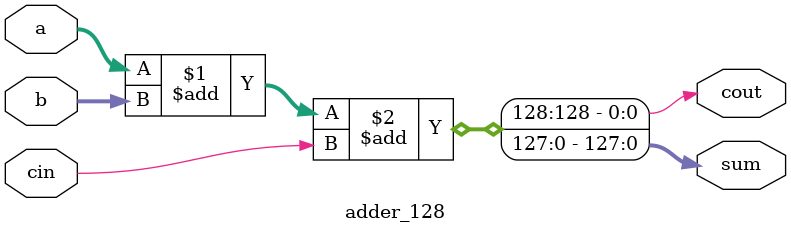
<source format=v>

module adder_128(cout, sum, a, b, cin);
parameter size = 128;  /* declare a parameter. default required */
output cout;
output [size-1:0] sum; 	 // sum uses the size parameter
input cin;
input [size-1:0] a, b;  // 'a' and 'b' use the size parameter

assign {cout, sum} = a + b + cin;

endmodule










</source>
